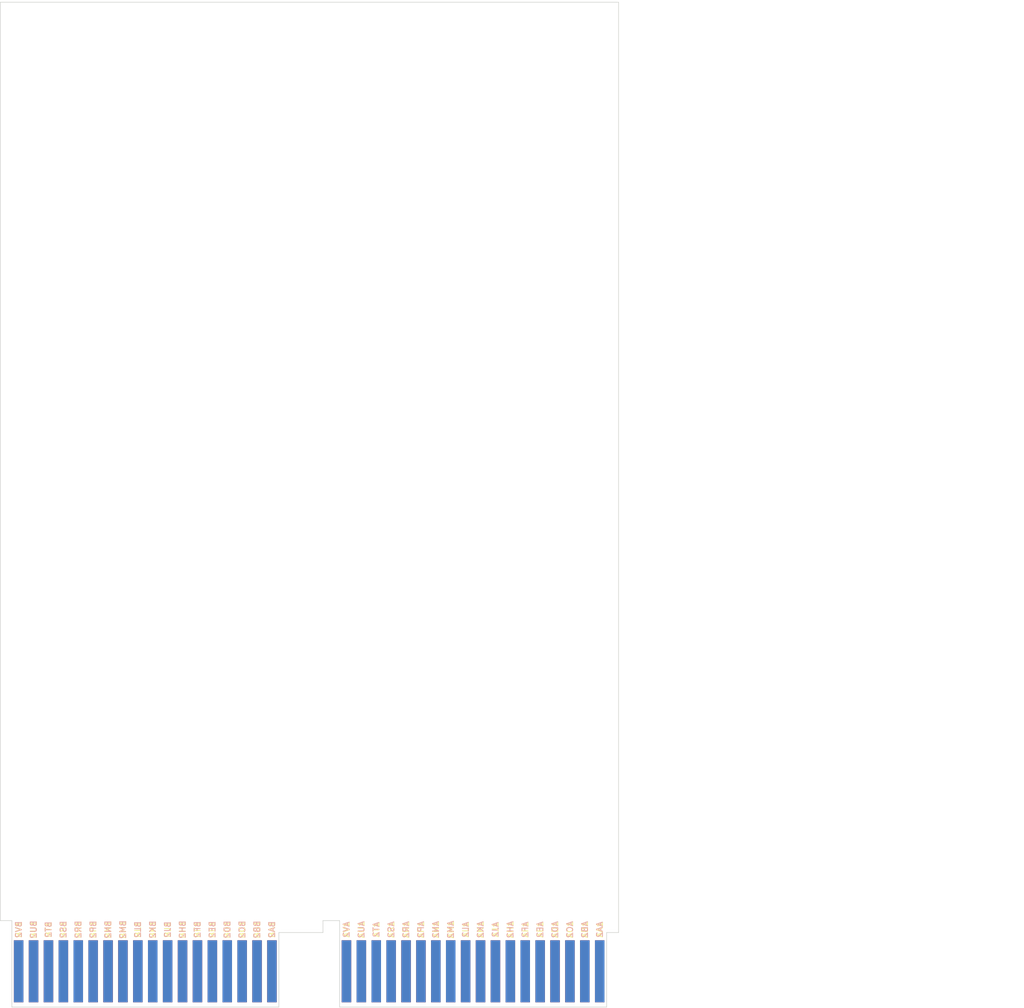
<source format=kicad_pcb>
(kicad_pcb (version 20171130) (host pcbnew "(5.1.10)-1")

  (general
    (thickness 1.6)
    (drawings 23)
    (tracks 0)
    (zones 0)
    (modules 5)
    (nets 1)
  )

  (page C)
  (title_block
    (title "DEC FLIP CHIP Module : DOUBLE-HEIGHT, EXTENDED-LENGTH")
    (rev 1)
  )

  (layers
    (0 F.Cu signal)
    (31 B.Cu signal)
    (32 B.Adhes user)
    (33 F.Adhes user)
    (34 B.Paste user)
    (35 F.Paste user)
    (36 B.SilkS user)
    (37 F.SilkS user)
    (38 B.Mask user hide)
    (39 F.Mask user hide)
    (40 Dwgs.User user)
    (41 Cmts.User user)
    (42 Eco1.User user)
    (43 Eco2.User user)
    (44 Edge.Cuts user)
    (45 Margin user)
    (46 B.CrtYd user)
    (47 F.CrtYd user)
    (48 B.Fab user)
    (49 F.Fab user)
  )

  (setup
    (last_trace_width 0.25)
    (trace_clearance 0.2)
    (zone_clearance 0.508)
    (zone_45_only no)
    (trace_min 0.2)
    (via_size 0.8)
    (via_drill 0.4)
    (via_min_size 0.4)
    (via_min_drill 0.3)
    (uvia_size 0.3)
    (uvia_drill 0.1)
    (uvias_allowed no)
    (uvia_min_size 0.2)
    (uvia_min_drill 0.1)
    (edge_width 0.127)
    (segment_width 0.2)
    (pcb_text_width 0.3)
    (pcb_text_size 1.5 1.5)
    (mod_edge_width 0.12)
    (mod_text_size 1 1)
    (mod_text_width 0.15)
    (pad_size 2.032 13.208)
    (pad_drill 0)
    (pad_to_mask_clearance 0)
    (aux_axis_origin 0 0)
    (grid_origin 330.2 304.8)
    (visible_elements 7FFFFFFF)
    (pcbplotparams
      (layerselection 0x010fc_ffffffff)
      (usegerberextensions false)
      (usegerberattributes true)
      (usegerberadvancedattributes true)
      (creategerberjobfile true)
      (excludeedgelayer true)
      (linewidth 0.100000)
      (plotframeref false)
      (viasonmask false)
      (mode 1)
      (useauxorigin false)
      (hpglpennumber 1)
      (hpglpenspeed 20)
      (hpglpendiameter 15.000000)
      (psnegative false)
      (psa4output false)
      (plotreference true)
      (plotvalue true)
      (plotinvisibletext false)
      (padsonsilk false)
      (subtractmaskfromsilk false)
      (outputformat 1)
      (mirror false)
      (drillshape 1)
      (scaleselection 1)
      (outputdirectory ""))
  )

  (net 0 "")

  (net_class Default "This is the default net class."
    (clearance 0.2)
    (trace_width 0.25)
    (via_dia 0.8)
    (via_drill 0.4)
    (uvia_dia 0.3)
    (uvia_drill 0.1)
  )

  (module DEC-FLIP-CHIP:CONN-DEC-DOUBLE (layer F.Cu) (tedit 614E6131) (tstamp 614EEF9F)
    (at 330.2 304.8)
    (descr "DEC FLIP CHIP double height edge connector")
    (fp_text reference J1 (at -65.8368 3.2766) (layer Cmts.User) hide
      (effects (font (size 1.27 1.27) (thickness 0.2032)))
    )
    (fp_text value CONN-DEC-DOUBLE (at -65.786 5.7658) (layer Cmts.User) hide
      (effects (font (size 1.27 1.27) (thickness 0.2032)))
    )
    (fp_text user BV2 (at -127.8382 -16.51 90) (layer B.SilkS)
      (effects (font (size 1.27 1.27) (thickness 0.2032)) (justify mirror))
    )
    (fp_text user BU2 (at -124.6632 -16.51 90) (layer B.SilkS)
      (effects (font (size 1.27 1.27) (thickness 0.2032)) (justify mirror))
    )
    (fp_text user BT2 (at -121.4882 -16.51 90) (layer B.SilkS)
      (effects (font (size 1.27 1.27) (thickness 0.2032)) (justify mirror))
    )
    (fp_text user BS2 (at -118.3132 -16.51 90) (layer B.SilkS)
      (effects (font (size 1.27 1.27) (thickness 0.2032)) (justify mirror))
    )
    (fp_text user BR2 (at -115.1382 -16.51 90) (layer B.SilkS)
      (effects (font (size 1.27 1.27) (thickness 0.2032)) (justify mirror))
    )
    (fp_text user BP2 (at -111.9632 -16.51 90) (layer B.SilkS)
      (effects (font (size 1.27 1.27) (thickness 0.2032)) (justify mirror))
    )
    (fp_text user BN2 (at -108.7882 -16.51 90) (layer B.SilkS)
      (effects (font (size 1.27 1.27) (thickness 0.2032)) (justify mirror))
    )
    (fp_text user BM2 (at -105.6132 -16.51 90) (layer B.SilkS)
      (effects (font (size 1.27 1.27) (thickness 0.2032)) (justify mirror))
    )
    (fp_text user BL2 (at -102.4382 -16.51 90) (layer B.SilkS)
      (effects (font (size 1.27 1.27) (thickness 0.2032)) (justify mirror))
    )
    (fp_text user BK2 (at -99.2632 -16.51 90) (layer B.SilkS)
      (effects (font (size 1.27 1.27) (thickness 0.2032)) (justify mirror))
    )
    (fp_text user BJ2 (at -96.0882 -16.51 90) (layer B.SilkS)
      (effects (font (size 1.27 1.27) (thickness 0.2032)) (justify mirror))
    )
    (fp_text user BH2 (at -92.9132 -16.51 90) (layer B.SilkS)
      (effects (font (size 1.27 1.27) (thickness 0.2032)) (justify mirror))
    )
    (fp_text user BF2 (at -89.7382 -16.51 90) (layer B.SilkS)
      (effects (font (size 1.27 1.27) (thickness 0.2032)) (justify mirror))
    )
    (fp_text user BE2 (at -86.5632 -16.51 90) (layer B.SilkS)
      (effects (font (size 1.27 1.27) (thickness 0.2032)) (justify mirror))
    )
    (fp_text user BD2 (at -83.3882 -16.51 90) (layer B.SilkS)
      (effects (font (size 1.27 1.27) (thickness 0.2032)) (justify mirror))
    )
    (fp_text user BC2 (at -80.2132 -16.51 90) (layer B.SilkS)
      (effects (font (size 1.27 1.27) (thickness 0.2032)) (justify mirror))
    )
    (fp_text user BB2 (at -77.0382 -16.51 90) (layer B.SilkS)
      (effects (font (size 1.27 1.27) (thickness 0.2032)) (justify mirror))
    )
    (fp_text user BA2 (at -73.8632 -16.51 90) (layer B.SilkS)
      (effects (font (size 1.27 1.27) (thickness 0.2032)) (justify mirror))
    )
    (fp_text user AA2 (at -4.0132 -16.51 90) (layer B.SilkS)
      (effects (font (size 1.27 1.27) (thickness 0.2032)) (justify mirror))
    )
    (fp_text user AB2 (at -7.1882 -16.51 90) (layer B.SilkS)
      (effects (font (size 1.27 1.27) (thickness 0.2032)) (justify mirror))
    )
    (fp_text user AC2 (at -10.3632 -16.51 90) (layer B.SilkS)
      (effects (font (size 1.27 1.27) (thickness 0.2032)) (justify mirror))
    )
    (fp_text user AD2 (at -13.5382 -16.51 90) (layer B.SilkS)
      (effects (font (size 1.27 1.27) (thickness 0.2032)) (justify mirror))
    )
    (fp_text user AE2 (at -16.7132 -16.51 90) (layer B.SilkS)
      (effects (font (size 1.27 1.27) (thickness 0.2032)) (justify mirror))
    )
    (fp_text user AF2 (at -19.8882 -16.51 90) (layer B.SilkS)
      (effects (font (size 1.27 1.27) (thickness 0.2032)) (justify mirror))
    )
    (fp_text user AH2 (at -23.0632 -16.51 90) (layer B.SilkS)
      (effects (font (size 1.27 1.27) (thickness 0.2032)) (justify mirror))
    )
    (fp_text user AJ2 (at -26.2382 -16.51 90) (layer B.SilkS)
      (effects (font (size 1.27 1.27) (thickness 0.2032)) (justify mirror))
    )
    (fp_text user AK2 (at -29.4132 -16.51 90) (layer B.SilkS)
      (effects (font (size 1.27 1.27) (thickness 0.2032)) (justify mirror))
    )
    (fp_text user AL2 (at -32.5882 -16.51 90) (layer B.SilkS)
      (effects (font (size 1.27 1.27) (thickness 0.2032)) (justify mirror))
    )
    (fp_text user AM2 (at -35.7632 -16.51 90) (layer B.SilkS)
      (effects (font (size 1.27 1.27) (thickness 0.2032)) (justify mirror))
    )
    (fp_text user AN2 (at -38.9382 -16.51 90) (layer B.SilkS)
      (effects (font (size 1.27 1.27) (thickness 0.2032)) (justify mirror))
    )
    (fp_text user AP2 (at -42.1132 -16.51 90) (layer B.SilkS)
      (effects (font (size 1.27 1.27) (thickness 0.2032)) (justify mirror))
    )
    (fp_text user AR2 (at -45.2882 -16.51 90) (layer B.SilkS)
      (effects (font (size 1.27 1.27) (thickness 0.2032)) (justify mirror))
    )
    (fp_text user AS2 (at -48.4632 -16.51 90) (layer B.SilkS)
      (effects (font (size 1.27 1.27) (thickness 0.2032)) (justify mirror))
    )
    (fp_text user AT2 (at -51.6382 -16.51 90) (layer B.SilkS)
      (effects (font (size 1.27 1.27) (thickness 0.2032)) (justify mirror))
    )
    (fp_text user AU2 (at -54.8132 -16.51 90) (layer B.SilkS)
      (effects (font (size 1.27 1.27) (thickness 0.2032)) (justify mirror))
    )
    (fp_text user AV2 (at -57.9882 -16.51 90) (layer B.SilkS)
      (effects (font (size 1.27 1.27) (thickness 0.2032)) (justify mirror))
    )
    (fp_text user BA1 (at -73.8632 -16.51 90) (layer F.SilkS)
      (effects (font (size 1.27 1.27) (thickness 0.2032)))
    )
    (fp_text user BB1 (at -77.0382 -16.51 90) (layer F.SilkS)
      (effects (font (size 1.27 1.27) (thickness 0.2032)))
    )
    (fp_text user BC1 (at -80.2132 -16.51 90) (layer F.SilkS)
      (effects (font (size 1.27 1.27) (thickness 0.2032)))
    )
    (fp_text user BD1 (at -83.3882 -16.51 90) (layer F.SilkS)
      (effects (font (size 1.27 1.27) (thickness 0.2032)))
    )
    (fp_text user BE1 (at -86.5632 -16.51 90) (layer F.SilkS)
      (effects (font (size 1.27 1.27) (thickness 0.2032)))
    )
    (fp_text user BF1 (at -89.7382 -16.51 90) (layer F.SilkS)
      (effects (font (size 1.27 1.27) (thickness 0.2032)))
    )
    (fp_text user BH1 (at -92.9132 -16.51 90) (layer F.SilkS)
      (effects (font (size 1.27 1.27) (thickness 0.2032)))
    )
    (fp_text user BJ1 (at -96.0882 -16.51 90) (layer F.SilkS)
      (effects (font (size 1.27 1.27) (thickness 0.2032)))
    )
    (fp_text user BK1 (at -99.2632 -16.51 90) (layer F.SilkS)
      (effects (font (size 1.27 1.27) (thickness 0.2032)))
    )
    (fp_text user BL1 (at -102.4382 -16.51 90) (layer F.SilkS)
      (effects (font (size 1.27 1.27) (thickness 0.2032)))
    )
    (fp_text user BM1 (at -105.6132 -16.51 90) (layer F.SilkS)
      (effects (font (size 1.27 1.27) (thickness 0.2032)))
    )
    (fp_text user BN1 (at -108.7882 -16.51 90) (layer F.SilkS)
      (effects (font (size 1.27 1.27) (thickness 0.2032)))
    )
    (fp_text user BP1 (at -111.9632 -16.51 90) (layer F.SilkS)
      (effects (font (size 1.27 1.27) (thickness 0.2032)))
    )
    (fp_text user BR1 (at -115.1382 -16.51 90) (layer F.SilkS)
      (effects (font (size 1.27 1.27) (thickness 0.2032)))
    )
    (fp_text user BS1 (at -118.3132 -16.51 90) (layer F.SilkS)
      (effects (font (size 1.27 1.27) (thickness 0.2032)))
    )
    (fp_text user BT1 (at -121.4882 -16.51 90) (layer F.SilkS)
      (effects (font (size 1.27 1.27) (thickness 0.2032)))
    )
    (fp_text user BU1 (at -124.6632 -16.51 90) (layer F.SilkS)
      (effects (font (size 1.27 1.27) (thickness 0.2032)))
    )
    (fp_text user BV1 (at -127.8382 -16.51 90) (layer F.SilkS)
      (effects (font (size 1.27 1.27) (thickness 0.2032)))
    )
    (fp_text user AV1 (at -57.9882 -16.51 90) (layer F.SilkS)
      (effects (font (size 1.27 1.27) (thickness 0.2032)))
    )
    (fp_text user AU1 (at -54.8132 -16.51 90) (layer F.SilkS)
      (effects (font (size 1.27 1.27) (thickness 0.2032)))
    )
    (fp_text user AT1 (at -51.6382 -16.51 90) (layer F.SilkS)
      (effects (font (size 1.27 1.27) (thickness 0.2032)))
    )
    (fp_text user AS1 (at -48.4632 -16.51 90) (layer F.SilkS)
      (effects (font (size 1.27 1.27) (thickness 0.2032)))
    )
    (fp_text user AR1 (at -45.2882 -16.51 90) (layer F.SilkS)
      (effects (font (size 1.27 1.27) (thickness 0.2032)))
    )
    (fp_text user AP1 (at -42.1132 -16.51 90) (layer F.SilkS)
      (effects (font (size 1.27 1.27) (thickness 0.2032)))
    )
    (fp_text user AN1 (at -38.9382 -16.51 90) (layer F.SilkS)
      (effects (font (size 1.27 1.27) (thickness 0.2032)))
    )
    (fp_text user AM1 (at -35.7632 -16.51 90) (layer F.SilkS)
      (effects (font (size 1.27 1.27) (thickness 0.2032)))
    )
    (fp_text user AL1 (at -32.5882 -16.51 90) (layer F.SilkS)
      (effects (font (size 1.27 1.27) (thickness 0.2032)))
    )
    (fp_text user AK1 (at -29.4132 -16.51 90) (layer F.SilkS)
      (effects (font (size 1.27 1.27) (thickness 0.2032)))
    )
    (fp_text user AJ1 (at -26.2382 -16.51 90) (layer F.SilkS)
      (effects (font (size 1.27 1.27) (thickness 0.2032)))
    )
    (fp_text user AH1 (at -23.0632 -16.51 90) (layer F.SilkS)
      (effects (font (size 1.27 1.27) (thickness 0.2032)))
    )
    (fp_text user AF1 (at -19.8882 -16.51 90) (layer F.SilkS)
      (effects (font (size 1.27 1.27) (thickness 0.2032)))
    )
    (fp_text user AE1 (at -16.7132 -16.51 90) (layer F.SilkS)
      (effects (font (size 1.27 1.27) (thickness 0.2032)))
    )
    (fp_text user AD1 (at -13.5382 -16.51 90) (layer F.SilkS)
      (effects (font (size 1.27 1.27) (thickness 0.2032)))
    )
    (fp_text user AC1 (at -10.3632 -16.51 90) (layer F.SilkS)
      (effects (font (size 1.27 1.27) (thickness 0.2032)))
    )
    (fp_text user AB1 (at -7.1882 -16.51 90) (layer F.SilkS)
      (effects (font (size 1.27 1.27) (thickness 0.2032)))
    )
    (fp_text user AA1 (at -4.0132 -16.51 90) (layer F.SilkS)
      (effects (font (size 1.27 1.27) (thickness 0.2032)))
    )
    (pad BA2 connect rect (at -73.8632 -13.462) (size 2.032 13.208) (drill (offset 0 5.842)) (layers B.Cu B.Mask))
    (pad BB2 connect rect (at -77.0382 -13.462) (size 2.032 13.208) (drill (offset 0 5.842)) (layers B.Cu B.Mask))
    (pad BC2 connect rect (at -80.2132 -13.462) (size 2.032 13.208) (drill (offset 0 5.842)) (layers B.Cu B.Mask))
    (pad BD2 connect rect (at -83.3882 -13.462) (size 2.032 13.208) (drill (offset 0 5.842)) (layers B.Cu B.Mask))
    (pad BE2 connect rect (at -86.5632 -13.462) (size 2.032 13.208) (drill (offset 0 5.842)) (layers B.Cu B.Mask))
    (pad BF2 connect rect (at -89.7382 -13.462) (size 2.032 13.208) (drill (offset 0 5.842)) (layers B.Cu B.Mask))
    (pad BH2 connect rect (at -92.9132 -13.462) (size 2.032 13.208) (drill (offset 0 5.842)) (layers B.Cu B.Mask))
    (pad BJ2 connect rect (at -96.0882 -13.462) (size 2.032 13.208) (drill (offset 0 5.842)) (layers B.Cu B.Mask))
    (pad BK2 connect rect (at -99.2632 -13.462) (size 2.032 13.208) (drill (offset 0 5.842)) (layers B.Cu B.Mask))
    (pad BL2 connect rect (at -102.4382 -13.462) (size 2.032 13.208) (drill (offset 0 5.842)) (layers B.Cu B.Mask))
    (pad BM2 connect rect (at -105.6132 -13.462) (size 2.032 13.208) (drill (offset 0 5.842)) (layers B.Cu B.Mask))
    (pad BN2 connect rect (at -108.7882 -13.462) (size 2.032 13.208) (drill (offset 0 5.842)) (layers B.Cu B.Mask))
    (pad BP2 connect rect (at -111.9632 -13.462) (size 2.032 13.208) (drill (offset 0 5.842)) (layers B.Cu B.Mask))
    (pad BR2 connect rect (at -115.1382 -13.462) (size 2.032 13.208) (drill (offset 0 5.842)) (layers B.Cu B.Mask))
    (pad BS2 connect rect (at -118.3132 -13.462) (size 2.032 13.208) (drill (offset 0 5.842)) (layers B.Cu B.Mask))
    (pad BT2 connect rect (at -121.4882 -13.462) (size 2.032 13.208) (drill (offset 0 5.842)) (layers B.Cu B.Mask))
    (pad BU2 connect rect (at -124.6632 -13.462) (size 2.032 13.208) (drill (offset 0 5.842)) (layers B.Cu B.Mask))
    (pad BV2 connect rect (at -127.8382 -13.462) (size 2.032 13.208) (drill (offset 0 5.842)) (layers B.Cu B.Mask))
    (pad AV2 connect rect (at -57.9882 -13.462) (size 2.032 13.208) (drill (offset 0 5.842)) (layers B.Cu B.Mask))
    (pad AU2 connect rect (at -54.8132 -13.462) (size 2.032 13.208) (drill (offset 0 5.842)) (layers B.Cu B.Mask))
    (pad AT2 connect rect (at -51.6382 -13.462) (size 2.032 13.208) (drill (offset 0 5.842)) (layers B.Cu B.Mask))
    (pad AS2 connect rect (at -48.4632 -13.462) (size 2.032 13.208) (drill (offset 0 5.842)) (layers B.Cu B.Mask))
    (pad AR2 connect rect (at -45.2882 -13.462) (size 2.032 13.208) (drill (offset 0 5.842)) (layers B.Cu B.Mask))
    (pad AP2 connect rect (at -42.1132 -13.462) (size 2.032 13.208) (drill (offset 0 5.842)) (layers B.Cu B.Mask))
    (pad AN2 connect rect (at -38.9382 -13.462) (size 2.032 13.208) (drill (offset 0 5.842)) (layers B.Cu B.Mask))
    (pad AM2 connect rect (at -35.7632 -13.462) (size 2.032 13.208) (drill (offset 0 5.842)) (layers B.Cu B.Mask))
    (pad AL2 connect rect (at -32.5882 -13.462) (size 2.032 13.208) (drill (offset 0 5.842)) (layers B.Cu B.Mask))
    (pad AK2 connect rect (at -29.4132 -13.462) (size 2.032 13.208) (drill (offset 0 5.842)) (layers B.Cu B.Mask))
    (pad AJ2 connect rect (at -26.2382 -13.462) (size 2.032 13.208) (drill (offset 0 5.842)) (layers B.Cu B.Mask))
    (pad AH2 connect rect (at -23.0632 -13.462) (size 2.032 13.208) (drill (offset 0 5.842)) (layers B.Cu B.Mask))
    (pad AF2 connect rect (at -19.8882 -13.462) (size 2.032 13.208) (drill (offset 0 5.842)) (layers B.Cu B.Mask))
    (pad AE2 connect rect (at -16.7132 -13.462) (size 2.032 13.208) (drill (offset 0 5.842)) (layers B.Cu B.Mask))
    (pad AD2 connect rect (at -13.5382 -13.462) (size 2.032 13.208) (drill (offset 0 5.842)) (layers B.Cu B.Mask))
    (pad AC2 connect rect (at -10.3632 -13.462) (size 2.032 13.208) (drill (offset 0 5.842)) (layers B.Cu B.Mask))
    (pad AB2 connect rect (at -7.1882 -13.462) (size 2.032 13.208) (drill (offset 0 5.842)) (layers B.Cu B.Mask))
    (pad AA2 connect rect (at -4.0132 -13.462) (size 2.032 13.208) (drill (offset 0 5.842)) (layers B.Cu B.Mask))
    (pad BV1 connect rect (at -127.8382 -13.462) (size 2.032 13.208) (drill (offset 0 5.842)) (layers F.Cu F.Mask))
    (pad BU1 connect rect (at -124.6632 -13.462) (size 2.032 13.208) (drill (offset 0 5.842)) (layers F.Cu F.Mask))
    (pad BT1 connect rect (at -121.4882 -13.462) (size 2.032 13.208) (drill (offset 0 5.842)) (layers F.Cu F.Mask))
    (pad BS1 connect rect (at -118.3132 -13.462) (size 2.032 13.208) (drill (offset 0 5.842)) (layers F.Cu F.Mask))
    (pad BR1 connect rect (at -115.1382 -13.462) (size 2.032 13.208) (drill (offset 0 5.842)) (layers F.Cu F.Mask))
    (pad BP1 connect rect (at -111.9632 -13.462) (size 2.032 13.208) (drill (offset 0 5.842)) (layers F.Cu F.Mask))
    (pad BN1 connect rect (at -108.7882 -13.462) (size 2.032 13.208) (drill (offset 0 5.842)) (layers F.Cu F.Mask))
    (pad BM1 connect rect (at -105.6132 -13.462) (size 2.032 13.208) (drill (offset 0 5.842)) (layers F.Cu F.Mask))
    (pad BL1 connect rect (at -102.4382 -13.462) (size 2.032 13.208) (drill (offset 0 5.842)) (layers F.Cu F.Mask))
    (pad BK1 connect rect (at -99.2632 -13.462) (size 2.032 13.208) (drill (offset 0 5.842)) (layers F.Cu F.Mask))
    (pad BJ1 connect rect (at -96.0882 -13.462) (size 2.032 13.208) (drill (offset 0 5.842)) (layers F.Cu F.Mask))
    (pad BH1 connect rect (at -92.9132 -13.462) (size 2.032 13.208) (drill (offset 0 5.842)) (layers F.Cu F.Mask))
    (pad BF1 connect rect (at -89.7382 -13.462) (size 2.032 13.208) (drill (offset 0 5.842)) (layers F.Cu F.Mask))
    (pad BE1 connect rect (at -86.5632 -13.462) (size 2.032 13.208) (drill (offset 0 5.842)) (layers F.Cu F.Mask))
    (pad BD1 connect rect (at -83.3882 -13.462) (size 2.032 13.208) (drill (offset 0 5.842)) (layers F.Cu F.Mask))
    (pad BC1 connect rect (at -80.2132 -13.462) (size 2.032 13.208) (drill (offset 0 5.842)) (layers F.Cu F.Mask))
    (pad BB1 connect rect (at -77.0382 -13.462) (size 2.032 13.208) (drill (offset 0 5.842)) (layers F.Cu F.Mask))
    (pad BA1 connect rect (at -73.8632 -13.462) (size 2.032 13.208) (drill (offset 0 5.842)) (layers F.Cu F.Mask))
    (pad AA1 connect rect (at -4.0132 -13.462) (size 2.032 13.208) (drill (offset 0 5.842)) (layers F.Cu F.Mask))
    (pad AB1 connect rect (at -7.1882 -13.462) (size 2.032 13.208) (drill (offset 0 5.842)) (layers F.Cu F.Mask))
    (pad AC1 connect rect (at -10.3632 -13.462) (size 2.032 13.208) (drill (offset 0 5.842)) (layers F.Cu F.Mask))
    (pad AD1 connect rect (at -13.5382 -13.462) (size 2.032 13.208) (drill (offset 0 5.842)) (layers F.Cu F.Mask))
    (pad AE1 connect rect (at -16.7132 -13.462) (size 2.032 13.208) (drill (offset 0 5.842)) (layers F.Cu F.Mask))
    (pad AF1 connect rect (at -19.8882 -13.462) (size 2.032 13.208) (drill (offset 0 5.842)) (layers F.Cu F.Mask))
    (pad AH1 connect rect (at -23.0632 -13.462) (size 2.032 13.208) (drill (offset 0 5.842)) (layers F.Cu F.Mask))
    (pad AJ1 connect rect (at -26.2382 -13.462) (size 2.032 13.208) (drill (offset 0 5.842)) (layers F.Cu F.Mask))
    (pad AK1 connect rect (at -29.4132 -13.462) (size 2.032 13.208) (drill (offset 0 5.842)) (layers F.Cu F.Mask))
    (pad AL1 connect rect (at -32.5882 -13.462) (size 2.032 13.208) (drill (offset 0 5.842)) (layers F.Cu F.Mask))
    (pad AM1 connect rect (at -35.7632 -13.462) (size 2.032 13.208) (drill (offset 0 5.842)) (layers F.Cu F.Mask))
    (pad AN1 connect rect (at -38.9382 -13.462) (size 2.032 13.208) (drill (offset 0 5.842)) (layers F.Cu F.Mask))
    (pad AP1 connect rect (at -42.1132 -13.462) (size 2.032 13.208) (drill (offset 0 5.842)) (layers F.Cu F.Mask))
    (pad AR1 connect rect (at -45.2882 -13.462) (size 2.032 13.208) (drill (offset 0 5.842)) (layers F.Cu F.Mask))
    (pad AS1 connect rect (at -48.4632 -13.462) (size 2.032 13.208) (drill (offset 0 5.842)) (layers F.Cu F.Mask))
    (pad AT1 connect rect (at -51.6382 -13.462) (size 2.032 13.208) (drill (offset 0 5.842)) (layers F.Cu F.Mask))
    (pad AU1 connect rect (at -54.8132 -13.462) (size 2.032 13.208) (drill (offset 0 5.842)) (layers F.Cu F.Mask))
    (pad AV1 connect rect (at -57.9882 -13.462) (size 2.032 13.208) (drill (offset 0 5.842)) (layers F.Cu F.Mask))
  )

  (module MountingHole:MountingHole_3.2mm_M3 (layer F.Cu) (tedit 56D1B4CB) (tstamp 614E6810)
    (at 324.6374 95.25)
    (descr "Mounting Hole 3.2mm, no annular, M3")
    (tags "mounting hole 3.2mm no annular m3")
    (attr virtual)
    (fp_text reference " " (at 0 -4.2) (layer F.SilkS)
      (effects (font (size 1 1) (thickness 0.15)))
    )
    (fp_text value " " (at 0 4.2) (layer F.Fab) hide
      (effects (font (size 1 1) (thickness 0.15) italic))
    )
    (fp_circle (center 0 0) (end 3.2 0) (layer Cmts.User) (width 0.15))
    (fp_circle (center 0 0) (end 3.45 0) (layer F.CrtYd) (width 0.05))
    (fp_text user %R (at 0.3 0) (layer F.Fab)
      (effects (font (size 1 1) (thickness 0.15)))
    )
    (pad 1 np_thru_hole circle (at 0 0) (size 3.2 3.2) (drill 3.2) (layers *.Cu *.Mask))
  )

  (module MountingHole:MountingHole_3.2mm_M3 (layer F.Cu) (tedit 56D1B4CB) (tstamp 614E67F9)
    (at 273.8374 95.25)
    (descr "Mounting Hole 3.2mm, no annular, M3")
    (tags "mounting hole 3.2mm no annular m3")
    (attr virtual)
    (fp_text reference " " (at 0 -4.2) (layer F.SilkS)
      (effects (font (size 1 1) (thickness 0.15)))
    )
    (fp_text value " " (at 0 4.2) (layer F.Fab) hide
      (effects (font (size 1 1) (thickness 0.15) italic))
    )
    (fp_circle (center 0 0) (end 3.45 0) (layer F.CrtYd) (width 0.05))
    (fp_circle (center 0 0) (end 3.2 0) (layer Cmts.User) (width 0.15))
    (fp_text user %R (at 0.3 0) (layer F.Fab)
      (effects (font (size 1 1) (thickness 0.15)))
    )
    (pad 1 np_thru_hole circle (at 0 0) (size 3.2 3.2) (drill 3.2) (layers *.Cu *.Mask))
  )

  (module MountingHole:MountingHole_3.2mm_M3 (layer F.Cu) (tedit 56D1B4CB) (tstamp 614E67DF)
    (at 254.7874 95.25)
    (descr "Mounting Hole 3.2mm, no annular, M3")
    (tags "mounting hole 3.2mm no annular m3")
    (attr virtual)
    (fp_text reference " " (at 0 -4.2) (layer F.SilkS)
      (effects (font (size 1 1) (thickness 0.15)))
    )
    (fp_text value " " (at 0 4.2) (layer F.Fab) hide
      (effects (font (size 1 1) (thickness 0.15) italic))
    )
    (fp_circle (center 0 0) (end 3.2 0) (layer Cmts.User) (width 0.15))
    (fp_circle (center 0 0) (end 3.45 0) (layer F.CrtYd) (width 0.05))
    (fp_text user %R (at 0.3 0) (layer F.Fab)
      (effects (font (size 1 1) (thickness 0.15)))
    )
    (pad 1 np_thru_hole circle (at 0 0) (size 3.2 3.2) (drill 3.2) (layers *.Cu *.Mask))
  )

  (module MountingHole:MountingHole_3.2mm_M3 (layer F.Cu) (tedit 56D1B4CB) (tstamp 614E6728)
    (at 204.2874 95.25)
    (descr "Mounting Hole 3.2mm, no annular, M3")
    (tags "mounting hole 3.2mm no annular m3")
    (attr virtual)
    (fp_text reference " " (at 0 -4.2) (layer F.SilkS)
      (effects (font (size 1 1) (thickness 0.15)))
    )
    (fp_text value " " (at 0 4.2) (layer F.Fab) hide
      (effects (font (size 1 1) (thickness 0.15) italic))
    )
    (fp_circle (center 0 0) (end 3.45 0) (layer F.CrtYd) (width 0.05))
    (fp_circle (center 0 0) (end 3.2 0) (layer Cmts.User) (width 0.15))
    (fp_text user %R (at 0.3 0) (layer F.Fab)
      (effects (font (size 1 1) (thickness 0.15)))
    )
    (pad 1 np_thru_hole circle (at 0 0) (size 3.2 3.2) (drill 3.2) (layers *.Cu *.Mask))
  )

  (gr_poly (pts (xy 334.01 304.8) (xy 277.114 304.8) (xy 277.114 290.576) (xy 334.0227 290.576)) (layer B.Mask) (width 0) (tstamp 616A477E))
  (gr_poly (pts (xy 403.86 304.8) (xy 346.964 304.8) (xy 346.964 290.576) (xy 403.86 290.576)) (layer B.Mask) (width 0) (tstamp 616A477D))
  (gr_line (start 329.2348 110.8202) (end 337.7565 107.315) (layer Cmts.User) (width 0.254))
  (gr_text "Usable board space" (at 377.9012 106.1212) (layer Cmts.User)
    (effects (font (size 5.08 5.08) (thickness 0.508)))
  )
  (gr_line (start 200.0504 284.8356) (end 200.0504 101.6508) (layer Cmts.User) (width 0.15) (tstamp 614EAFCC))
  (gr_line (start 328.5998 101.6508) (end 200.0504 101.6508) (layer Cmts.User) (width 0.15))
  (gr_line (start 328.5998 287.3756) (end 328.5998 101.6508) (layer Cmts.User) (width 0.15))
  (gr_poly (pts (xy 334.01 304.8) (xy 277.114 304.8) (xy 277.114 290.576) (xy 334.0227 290.576)) (layer F.Mask) (width 0) (tstamp 614EED2B))
  (gr_poly (pts (xy 403.86 304.8) (xy 346.964 304.8) (xy 346.964 290.576) (xy 403.86 290.576)) (layer F.Mask) (width 0))
  (gr_line (start 200.914 286.385) (end 200.914 304.8) (layer Edge.Cuts) (width 0.127) (tstamp 614E597D))
  (gr_line (start 200.914 286.385) (end 198.4502 286.385) (layer Edge.Cuts) (width 0.127) (tstamp 614E5977))
  (gr_line (start 257.81 304.8) (end 200.914 304.8) (layer Edge.Cuts) (width 0.127) (tstamp 614E5966))
  (gr_line (start 270.764 286.385) (end 270.764 304.8) (layer Edge.Cuts) (width 0.127) (tstamp 614E5950))
  (gr_line (start 270.764 286.385) (end 267.208 286.385) (layer Edge.Cuts) (width 0.127))
  (gr_line (start 267.208 288.925) (end 267.208 286.385) (layer Edge.Cuts) (width 0.127))
  (gr_line (start 267.208 288.925) (end 257.81 288.925) (layer Edge.Cuts) (width 0.127))
  (gr_line (start 257.81 288.925) (end 257.81 304.8) (layer Edge.Cuts) (width 0.127) (tstamp 614E5936))
  (gr_line (start 327.66 304.8) (end 270.764 304.8) (layer Edge.Cuts) (width 0.127))
  (gr_line (start 327.66 288.925) (end 327.66 304.8) (layer Edge.Cuts) (width 0.127))
  (gr_line (start 330.2 288.925) (end 327.66 288.925) (layer Edge.Cuts) (width 0.127) (tstamp 614E6232))
  (gr_line (start 198.4502 90.678) (end 198.4502 286.385) (layer Edge.Cuts) (width 0.127) (tstamp 614E590F))
  (gr_line (start 330.2 90.678) (end 198.4502 90.678) (layer Edge.Cuts) (width 0.127))
  (gr_line (start 330.2 90.678) (end 330.2 288.925) (layer Edge.Cuts) (width 0.127))

)

</source>
